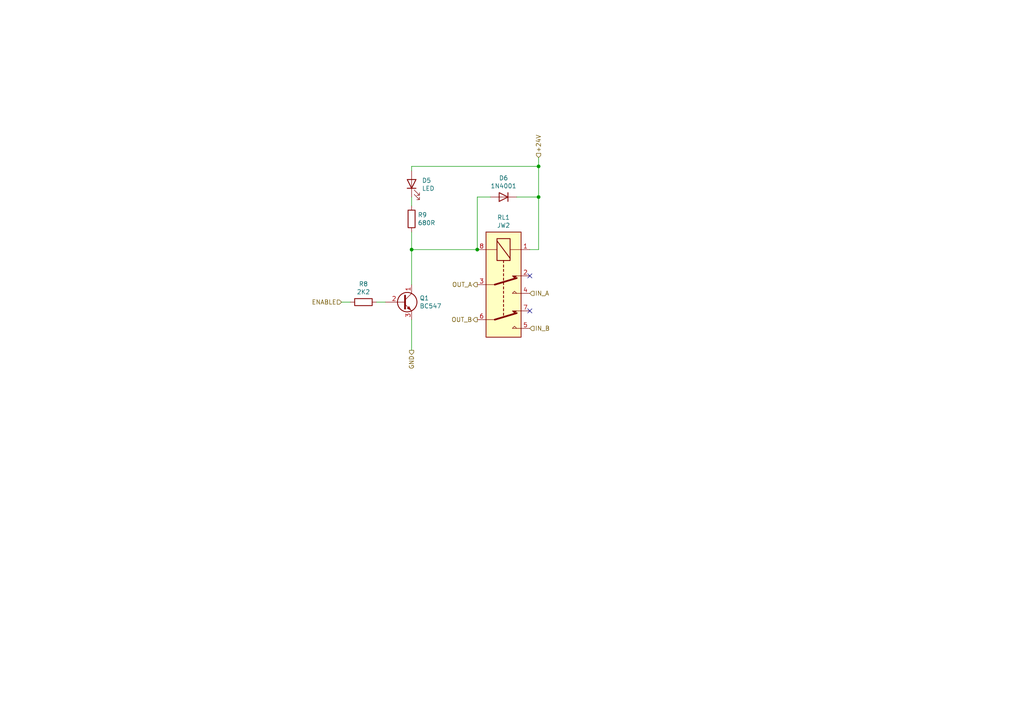
<source format=kicad_sch>
(kicad_sch (version 20230121) (generator eeschema)
  (paper "A4")
  (lib_symbols
    (symbol "Device:LED" (pin_numbers hide) (pin_names (offset 1.016) hide)
      (property "Reference" "D" (at 0 2.54 0))
      (property "Value" "LED" (at 0 -2.54 0))
      (symbol "LED_0_1"
        (polyline (pts (xy -1.27 -1.27) (xy -1.27 1.27)) (stroke (width 0.254)))
        (polyline (pts (xy -1.27 0) (xy 1.27 0)))
        (polyline (pts (xy 1.27 -1.27) (xy 1.27 1.27) (xy -1.27 0) (xy 1.27 -1.27)) (stroke (width 0.254)))
        (polyline (pts (xy -3.048 -0.762) (xy -4.572 -2.286) (xy -3.81 -2.286) (xy -4.572 -2.286) (xy -4.572 -1.524)))
        (polyline (pts (xy -1.778 -0.762) (xy -3.302 -2.286) (xy -2.54 -2.286) (xy -3.302 -2.286) (xy -3.302 -1.524)))
      )
      (symbol "LED_1_1"
        (pin passive line (at -3.81 0 0) (length 2.54) (name "K") (number "1"))
        (pin passive line (at 3.81 0 180) (length 2.54) (name "A") (number "2"))
      )
    )
    (symbol "Device:R" (pin_numbers hide) (pin_names (offset 0))
      (property "Reference" "R" (at 2.032 0 90))
      (property "Value" "R" (at 0 0 90))
      (symbol "R_0_1"
        (rectangle (start -1.016 -2.54) (end 1.016 2.54) (stroke (width 0.254)))
      )
      (symbol "R_1_1"
        (pin passive line (at 0 3.81 270) (length 1.27) (name "~") (number "1"))
        (pin passive line (at 0 -3.81 90) (length 1.27) (name "~") (number "2"))
      )
    )
    (symbol "Diode:1N4001" (pin_numbers hide) (pin_names hide)
      (property "Reference" "D" (at 0 2.54 0))
      (property "Value" "1N4001" (at 0 -2.54 0))
      (symbol "1N4001_0_1"
        (polyline (pts (xy -1.27 1.27) (xy -1.27 -1.27)) (stroke (width 0.254)))
        (polyline (pts (xy 1.27 0) (xy -1.27 0)))
        (polyline (pts (xy 1.27 1.27) (xy 1.27 -1.27) (xy -1.27 0) (xy 1.27 1.27)) (stroke (width 0.254)))
      )
      (symbol "1N4001_1_1"
        (pin passive line (at -3.81 0 0) (length 2.54) (name "K") (number "1"))
        (pin passive line (at 3.81 0 180) (length 2.54) (name "A") (number "2"))
      )
    )
    (symbol "Relay:JW2"
      (property "Reference" "RL" (at 16.51 3.81 0))
      (property "Value" "JW2" (at 16.51 1.27 0))
      (symbol "JW2_0_1"
        (rectangle (start -15.24 5.08) (end 15.24 -5.08) (stroke (width 0.254)) (fill (type background)))
        (rectangle (start -13.335 1.905) (end -6.985 -1.905) (stroke (width 0.254)))
        (polyline (pts (xy -12.7 -1.905) (xy -7.62 1.905)) (stroke (width 0.254)))
        (polyline (pts (xy -10.16 -5.08) (xy -10.16 -1.905)))
        (polyline (pts (xy -10.16 5.08) (xy -10.16 1.905)))
        (polyline (pts (xy -6.985 0) (xy -6.35 0)) (stroke (width 0.254)))
        (polyline (pts (xy -5.715 0) (xy -5.08 0)) (stroke (width 0.254)))
        (polyline (pts (xy -4.445 0) (xy -3.81 0)) (stroke (width 0.254)))
        (polyline (pts (xy -3.175 0) (xy -2.54 0)) (stroke (width 0.254)))
        (polyline (pts (xy -1.905 0) (xy -1.27 0)) (stroke (width 0.254)))
        (polyline (pts (xy -0.635 0) (xy 0 0)) (stroke (width 0.254)))
        (polyline (pts (xy 0 -2.54) (xy -1.905 3.81)) (stroke (width 0.508)))
        (polyline (pts (xy 0 -2.54) (xy 0 -5.08)))
        (polyline (pts (xy 0.635 0) (xy 1.27 0)) (stroke (width 0.254)))
        (polyline (pts (xy 1.905 0) (xy 2.54 0)) (stroke (width 0.254)))
        (polyline (pts (xy 3.175 0) (xy 3.81 0)) (stroke (width 0.254)))
        (polyline (pts (xy 4.445 0) (xy 5.08 0)) (stroke (width 0.254)))
        (polyline (pts (xy 5.715 0) (xy 6.35 0)) (stroke (width 0.254)))
        (polyline (pts (xy 6.985 0) (xy 7.62 0)) (stroke (width 0.254)))
        (polyline (pts (xy 8.255 0) (xy 8.89 0)) (stroke (width 0.254)))
        (polyline (pts (xy 10.16 -2.54) (xy 8.255 3.81)) (stroke (width 0.508)))
        (polyline (pts (xy 10.16 -2.54) (xy 10.16 -5.08)))
        (polyline (pts (xy -2.54 5.08) (xy -2.54 2.54) (xy -1.905 3.175) (xy -2.54 3.81)) (fill (type outline)))
        (polyline (pts (xy 2.54 5.08) (xy 2.54 2.54) (xy 1.905 3.175) (xy 2.54 3.81)))
        (polyline (pts (xy 7.62 5.08) (xy 7.62 2.54) (xy 8.255 3.175) (xy 7.62 3.81)) (fill (type outline)))
        (polyline (pts (xy 12.7 5.08) (xy 12.7 2.54) (xy 12.065 3.175) (xy 12.7 3.81)))
      )
      (symbol "JW2_1_1"
        (pin passive line (at -10.16 7.62 270) (length 2.54) (name "~") (number "1"))
        (pin passive line (at -2.54 7.62 270) (length 2.54) (name "~") (number "2"))
        (pin passive line (at 0 -7.62 90) (length 2.54) (name "~") (number "3"))
        (pin passive line (at 2.54 7.62 270) (length 2.54) (name "~") (number "4"))
        (pin passive line (at 12.7 7.62 270) (length 2.54) (name "~") (number "5"))
        (pin passive line (at 10.16 -7.62 90) (length 2.54) (name "~") (number "6"))
        (pin passive line (at 7.62 7.62 270) (length 2.54) (name "~") (number "7"))
        (pin passive line (at -10.16 -7.62 90) (length 2.54) (name "~") (number "8"))
      )
    )
    (symbol "Transistor_BJT:BC547" (pin_names (offset 0) hide)
      (property "Reference" "Q" (at 5.08 1.905 0))
      (property "Value" "BC547" (at 5.08 0 0))
      (symbol "BC547_0_1"
        (polyline (pts (xy 0 0) (xy 0.635 0)))
        (polyline (pts (xy 0.635 0.635) (xy 2.54 2.54)))
        (polyline (pts (xy 0.635 -0.635) (xy 2.54 -2.54) (xy 2.54 -2.54)))
        (polyline (pts (xy 0.635 1.905) (xy 0.635 -1.905) (xy 0.635 -1.905)) (stroke (width 0.508)))
        (polyline (pts (xy 1.27 -1.778) (xy 1.778 -1.27) (xy 2.286 -2.286) (xy 1.27 -1.778) (xy 1.27 -1.778)) (fill (type outline)))
        (circle (center 1.27 0) (radius 2.8194) (stroke (width 0.254)))
      )
      (symbol "BC547_1_1"
        (pin passive line (at 2.54 5.08 270) (length 2.54) (name "C") (number "1"))
        (pin input line (at -5.08 0 0) (length 5.08) (name "B") (number "2"))
        (pin passive line (at 2.54 -5.08 90) (length 2.54) (name "E") (number "3"))
      )
    )
  )
  (junction (at 156.21 57.15) (diameter 0.9144))
  (junction (at 138.43 72.39) (diameter 0.9144))
  (junction (at 156.21 48.26) (diameter 0.9144))
  (junction (at 119.38 72.39) (diameter 0.9144))
  (no_connect (at 153.67 80.01))
  (no_connect (at 153.67 90.17))
  (wire (pts (xy 111.76 87.63) (xy 109.22 87.63)))
  (wire (pts (xy 119.38 92.71) (xy 119.38 101.6)))
  (wire (pts (xy 119.38 72.39) (xy 119.38 82.55)))
  (wire (pts (xy 156.21 45.72) (xy 156.21 48.26)))
  (wire (pts (xy 138.43 57.15) (xy 138.43 72.39)))
  (wire (pts (xy 149.86 57.15) (xy 156.21 57.15)))
  (wire (pts (xy 119.38 72.39) (xy 138.43 72.39)))
  (wire (pts (xy 156.21 48.26) (xy 119.38 48.26)))
  (wire (pts (xy 156.21 72.39) (xy 153.67 72.39)))
  (wire (pts (xy 101.6 87.63) (xy 99.06 87.63)))
  (wire (pts (xy 119.38 48.26) (xy 119.38 49.53)))
  (wire (pts (xy 119.38 57.15) (xy 119.38 59.69)))
  (wire (pts (xy 156.21 57.15) (xy 156.21 72.39)))
  (wire (pts (xy 156.21 48.26) (xy 156.21 57.15)))
  (wire (pts (xy 119.38 67.31) (xy 119.38 72.39)))
  (wire (pts (xy 142.24 57.15) (xy 138.43 57.15)))
  (hierarchical_label "IN_A" (shape input) (at 153.67 85.09 0))
  (hierarchical_label "+24V" (shape input) (at 156.21 45.72 90))
  (hierarchical_label "GND" (shape output) (at 119.38 101.6 270))
  (hierarchical_label "ENABLE" (shape input) (at 99.06 87.63 180))
  (hierarchical_label "OUT_B" (shape output) (at 138.43 92.71 180))
  (hierarchical_label "OUT_A" (shape output) (at 138.43 82.55 180))
  (hierarchical_label "IN_B" (shape input) (at 153.67 95.25 0))
  (symbol (lib_id "Relay:JW2") (at 146.05 82.55 270) (unit 1)
    (property "Reference" "RL1" (at 146.05 63.0682 90))
    (property "Value" "JW2" (at 146.05 65.3796 90))
    (property "Footprint" "Relay_THT:Relay_DPDT_Panasonic_JW2" (effects hide))
    (property "Datasheet" "http://www3.panasonic.biz/ac/e_download/control/relay/power/catalog/mech_eng_jw.pdf?via=ok" (effects hide))
    (property "Alternative MPN" "RTE24024" (effects hide))
    (property "MPN" "RT424024" (effects hide))
    (property "Manufacturer" "TE Connectivity" (effects hide))
    (property "Farnell PN" "1175021" (effects hide))
  )
  (symbol (lib_id "Transistor_BJT:BC547") (at 116.84 87.63 0) (unit 1)
    (property "Reference" "Q1" (at 121.6914 86.4616 0) (effects (justify left)))
    (property "Value" "BC547" (at 121.6914 88.773 0) (effects (justify left)))
    (property "Footprint" "Package_TO_SOT_THT:TO-92_Inline" (effects hide))
    (property "Datasheet" "https://www.onsemi.com/pub/Collateral/BC550-D.pdf" (effects hide))
    (property "MPN" "BC547CTFR" (effects hide))
    (property "Manufacturer" "ON Semiconductor" (effects hide))
  )
  (symbol (lib_id "Diode:1N4001") (at 146.05 57.15 180) (unit 1)
    (property "Reference" "D6" (at 146.05 51.6382 0))
    (property "Value" "1N4001" (at 146.05 53.9496 0))
    (property "Footprint" "Diode_THT:D_DO-41_SOD81_P10.16mm_Horizontal" (effects hide))
    (property "Datasheet" "http://www.vishay.com/docs/88503/1n4001.pdf" (effects hide))
    (property "Sim.Device" "D" (effects hide))
    (property "Sim.Pins" "1=K 2=A" (effects hide))
  )
  (symbol (lib_id "Device:LED") (at 119.38 53.34 90) (unit 1)
    (property "Reference" "D5" (at 122.3772 52.3494 90) (effects (justify right)))
    (property "Value" "LED" (at 122.3772 54.6608 90) (effects (justify right)))
    (property "Footprint" "LED_THT:LED_D3.0mm" (effects hide))
  )
  (symbol (lib_id "Device:R") (at 119.38 63.5 0) (unit 1)
    (property "Reference" "R9" (at 121.158 62.3316 0) (effects (justify left)))
    (property "Value" "680R" (at 121.158 64.643 0) (effects (justify left)))
    (property "Footprint" "Resistor_THT:R_Axial_DIN0207_L6.3mm_D2.5mm_P7.62mm_Horizontal" (effects hide))
    (property "MPN" "CFR-25JB-52-680R" (effects hide))
    (property "Manufacturer" "Yageo" (effects hide))
  )
  (symbol (lib_id "Device:R") (at 105.41 87.63 270) (unit 1)
    (property "Reference" "R8" (at 105.41 82.3722 90))
    (property "Value" "2K2" (at 105.41 84.6836 90))
    (property "Footprint" "Resistor_THT:R_Axial_DIN0207_L6.3mm_D2.5mm_P7.62mm_Horizontal" (effects hide))
    (property "MPN" "CFR-25JB-52-2K2" (effects hide))
    (property "Manufacturer" "Yageo" (effects hide))
  )
)
</source>
